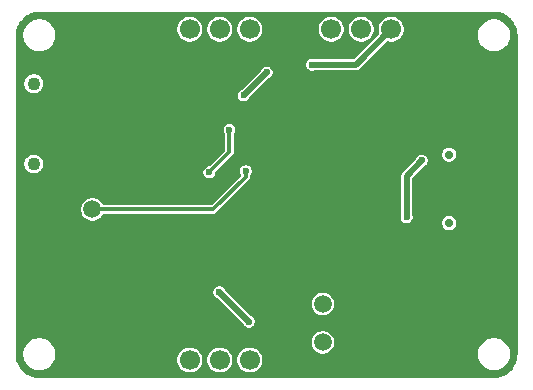
<source format=gbr>
%TF.GenerationSoftware,KiCad,Pcbnew,9.0.3*%
%TF.CreationDate,2025-08-26T21:56:11+08:00*%
%TF.ProjectId,firstm32,66697273-746d-4333-922e-6b696361645f,rev?*%
%TF.SameCoordinates,Original*%
%TF.FileFunction,Copper,L2,Bot*%
%TF.FilePolarity,Positive*%
%FSLAX46Y46*%
G04 Gerber Fmt 4.6, Leading zero omitted, Abs format (unit mm)*
G04 Created by KiCad (PCBNEW 9.0.3) date 2025-08-26 21:56:11*
%MOMM*%
%LPD*%
G01*
G04 APERTURE LIST*
%TA.AperFunction,ComponentPad*%
%ADD10C,0.700000*%
%TD*%
%TA.AperFunction,ComponentPad*%
%ADD11O,2.000000X1.100000*%
%TD*%
%TA.AperFunction,ComponentPad*%
%ADD12O,1.800000X1.200000*%
%TD*%
%TA.AperFunction,ComponentPad*%
%ADD13C,1.500000*%
%TD*%
%TA.AperFunction,ComponentPad*%
%ADD14R,1.700000X1.700000*%
%TD*%
%TA.AperFunction,ComponentPad*%
%ADD15C,1.700000*%
%TD*%
%TA.AperFunction,ComponentPad*%
%ADD16C,1.100000*%
%TD*%
%TA.AperFunction,ViaPad*%
%ADD17C,0.600000*%
%TD*%
%TA.AperFunction,Conductor*%
%ADD18C,0.300000*%
%TD*%
%TA.AperFunction,Conductor*%
%ADD19C,0.500000*%
%TD*%
G04 APERTURE END LIST*
D10*
%TO.P,J1,*%
%TO.N,*%
X163200000Y-107390000D03*
X163200000Y-101610000D03*
D11*
%TO.P,J1,S1,SHIELD*%
%TO.N,GND*%
X162670000Y-108820000D03*
D12*
X166880000Y-108820000D03*
D11*
X162670000Y-100180000D03*
D12*
X166880000Y-100180000D03*
%TD*%
D13*
%TO.P,TP4,1,1*%
%TO.N,GND*%
X167000000Y-96000000D03*
%TD*%
D14*
%TO.P,J2,1,Pin_1*%
%TO.N,GND*%
X150690000Y-91000000D03*
D15*
%TO.P,J2,2,Pin_2*%
%TO.N,/SWCLK*%
X153230000Y-91000000D03*
%TO.P,J2,3,Pin_3*%
%TO.N,/SWDIO*%
X155770000Y-91000000D03*
%TO.P,J2,4,Pin_4*%
%TO.N,+3V3*%
X158310000Y-91000000D03*
%TD*%
D14*
%TO.P,J4,1,Pin_1*%
%TO.N,GND*%
X138690000Y-119000000D03*
D15*
%TO.P,J4,2,Pin_2*%
%TO.N,/I2C2_SCL*%
X141230000Y-119000000D03*
%TO.P,J4,3,Pin_3*%
%TO.N,/I2C2_SDA*%
X143770000Y-119000000D03*
%TO.P,J4,4,Pin_4*%
%TO.N,+3V3*%
X146310000Y-119000000D03*
%TD*%
D13*
%TO.P,TP2,1,1*%
%TO.N,+3V3*%
X152500000Y-117500000D03*
%TD*%
D16*
%TO.P,SW1,*%
%TO.N,*%
X128042500Y-102400000D03*
X128042500Y-95600000D03*
%TD*%
D13*
%TO.P,TP1,1,1*%
%TO.N,DEBUG*%
X133000000Y-106250000D03*
%TD*%
%TO.P,TP3,1,1*%
%TO.N,VBUS*%
X152500000Y-114250000D03*
%TD*%
D14*
%TO.P,J3,1,Pin_1*%
%TO.N,GND*%
X138690000Y-91000000D03*
D15*
%TO.P,J3,2,Pin_2*%
%TO.N,/USART_RX*%
X141230000Y-91000000D03*
%TO.P,J3,3,Pin_3*%
%TO.N,/USART_TX*%
X143770000Y-91000000D03*
%TO.P,J3,4,Pin_4*%
%TO.N,+3V3*%
X146310000Y-91000000D03*
%TD*%
D17*
%TO.N,GND*%
X150750000Y-107500000D03*
X145750000Y-106250000D03*
X159600000Y-98600000D03*
X157300000Y-98600000D03*
X157300000Y-100600000D03*
X155000000Y-100600000D03*
X141700000Y-109600000D03*
X141500000Y-101000000D03*
X154750000Y-105750000D03*
X156250000Y-102750000D03*
X155500000Y-102750000D03*
X162750000Y-99000000D03*
X161000000Y-100500000D03*
X160250000Y-101250000D03*
X158500000Y-103000000D03*
X158500000Y-105750000D03*
X153250000Y-109250000D03*
X149250000Y-105750000D03*
X147750000Y-105750000D03*
X148500000Y-105750000D03*
X147750000Y-105000000D03*
X147750000Y-104250000D03*
X149250000Y-104250000D03*
X148500000Y-104250000D03*
X149250000Y-105000000D03*
X148500000Y-105000000D03*
X142500000Y-100000000D03*
X142500000Y-105500000D03*
X136755331Y-106994669D03*
X136500000Y-104750000D03*
X140250000Y-100500000D03*
X139500000Y-100500000D03*
X154000000Y-97750000D03*
X154000000Y-96500000D03*
X149250000Y-93000000D03*
X150000000Y-93000000D03*
X134000000Y-95750000D03*
X134000000Y-97250000D03*
X134000000Y-96500000D03*
X137750000Y-93000000D03*
X137000000Y-93000000D03*
X137250000Y-117000000D03*
X136500000Y-117750000D03*
X136500000Y-117000000D03*
X132750000Y-117250000D03*
X131500000Y-117250000D03*
X132750000Y-116000000D03*
X131500000Y-116000000D03*
X128500000Y-115000000D03*
X134500000Y-115000000D03*
X138411489Y-111521576D03*
X137500000Y-111500000D03*
X143200000Y-110500000D03*
X142800000Y-108700000D03*
X144500000Y-111700000D03*
X167000000Y-103500000D03*
X167000000Y-105500000D03*
X167000000Y-104500000D03*
X160500000Y-113500000D03*
X159500000Y-113500000D03*
X162000000Y-110750000D03*
X163000000Y-110750000D03*
X163000000Y-111750000D03*
X162000000Y-111750000D03*
%TO.N,+3V3*%
X144600000Y-99500000D03*
X147750000Y-94650000D03*
X143750000Y-113250000D03*
X151600000Y-94000000D03*
X145800000Y-96600000D03*
X142900000Y-103100000D03*
X146250000Y-115750000D03*
%TO.N,GND*%
X151100000Y-111600000D03*
X160100000Y-109800000D03*
X161200000Y-109800000D03*
X147500000Y-99300000D03*
X160100000Y-108800000D03*
%TO.N,VBUS*%
X160900000Y-102100000D03*
X159600000Y-106900000D03*
%TO.N,DEBUG*%
X146000000Y-103000000D03*
%TD*%
D18*
%TO.N,DEBUG*%
X146000000Y-103000000D02*
X146000000Y-103500000D01*
X146000000Y-103500000D02*
X143250000Y-106250000D01*
X143250000Y-106250000D02*
X133350000Y-106250000D01*
X133350000Y-106250000D02*
X133000000Y-105900000D01*
D19*
%TO.N,+3V3*%
X151600000Y-94000000D02*
X155310000Y-94000000D01*
X155310000Y-94000000D02*
X158310000Y-91000000D01*
X146250000Y-115750000D02*
X143750000Y-113250000D01*
X147750000Y-94650000D02*
X145800000Y-96600000D01*
D18*
X142900000Y-103100000D02*
X144600000Y-101400000D01*
X144600000Y-101400000D02*
X144600000Y-99500000D01*
D19*
%TO.N,VBUS*%
X160900000Y-102100000D02*
X159600000Y-103400000D01*
X159600000Y-103400000D02*
X159600000Y-106900000D01*
%TD*%
%TA.AperFunction,Conductor*%
%TO.N,GND*%
G36*
X167004043Y-89500765D02*
G01*
X167252895Y-89517075D01*
X167268953Y-89519190D01*
X167476105Y-89560395D01*
X167509535Y-89567045D01*
X167525202Y-89571243D01*
X167694947Y-89628863D01*
X167757481Y-89650091D01*
X167772458Y-89656294D01*
X167981799Y-89759529D01*
X167992460Y-89764787D01*
X168006508Y-89772897D01*
X168210464Y-89909177D01*
X168223328Y-89919048D01*
X168407749Y-90080781D01*
X168419218Y-90092250D01*
X168556196Y-90248444D01*
X168580951Y-90276671D01*
X168590825Y-90289539D01*
X168727102Y-90493492D01*
X168735212Y-90507539D01*
X168843702Y-90727534D01*
X168849909Y-90742520D01*
X168928756Y-90974797D01*
X168932954Y-90990464D01*
X168980807Y-91231035D01*
X168982925Y-91247116D01*
X168999235Y-91495956D01*
X168999500Y-91504066D01*
X168999500Y-118495933D01*
X168999235Y-118504043D01*
X168982925Y-118752883D01*
X168980807Y-118768964D01*
X168932954Y-119009535D01*
X168928756Y-119025202D01*
X168849909Y-119257479D01*
X168843702Y-119272465D01*
X168735212Y-119492460D01*
X168727102Y-119506507D01*
X168590825Y-119710460D01*
X168580951Y-119723328D01*
X168419218Y-119907749D01*
X168407749Y-119919218D01*
X168223328Y-120080951D01*
X168210460Y-120090825D01*
X168006507Y-120227102D01*
X167992460Y-120235212D01*
X167772465Y-120343702D01*
X167757479Y-120349909D01*
X167525202Y-120428756D01*
X167509535Y-120432954D01*
X167268964Y-120480807D01*
X167252883Y-120482925D01*
X167004043Y-120499235D01*
X166995933Y-120499500D01*
X128504067Y-120499500D01*
X128495957Y-120499235D01*
X128247116Y-120482925D01*
X128231035Y-120480807D01*
X127990464Y-120432954D01*
X127974797Y-120428756D01*
X127742520Y-120349909D01*
X127727534Y-120343702D01*
X127507539Y-120235212D01*
X127493492Y-120227102D01*
X127289539Y-120090825D01*
X127276671Y-120080951D01*
X127092250Y-119919218D01*
X127080781Y-119907749D01*
X126943804Y-119751557D01*
X126919045Y-119723325D01*
X126909174Y-119710460D01*
X126881910Y-119669657D01*
X126772897Y-119506507D01*
X126764787Y-119492460D01*
X126658855Y-119277652D01*
X126656294Y-119272458D01*
X126650090Y-119257479D01*
X126571243Y-119025202D01*
X126567045Y-119009535D01*
X126544568Y-118896535D01*
X126519190Y-118768953D01*
X126517075Y-118752895D01*
X126500765Y-118504043D01*
X126500500Y-118495933D01*
X126500500Y-118393713D01*
X127149500Y-118393713D01*
X127149500Y-118606286D01*
X127182753Y-118816239D01*
X127182753Y-118816241D01*
X127182754Y-118816243D01*
X127232721Y-118970026D01*
X127248444Y-119018414D01*
X127344951Y-119207820D01*
X127469890Y-119379786D01*
X127620213Y-119530109D01*
X127792179Y-119655048D01*
X127792181Y-119655049D01*
X127792184Y-119655051D01*
X127981588Y-119751557D01*
X128183757Y-119817246D01*
X128393713Y-119850500D01*
X128393714Y-119850500D01*
X128606286Y-119850500D01*
X128606287Y-119850500D01*
X128816243Y-119817246D01*
X129018412Y-119751557D01*
X129207816Y-119655051D01*
X129229789Y-119639086D01*
X129379786Y-119530109D01*
X129379788Y-119530106D01*
X129379792Y-119530104D01*
X129530104Y-119379792D01*
X129530106Y-119379788D01*
X129530109Y-119379786D01*
X129655048Y-119207820D01*
X129655047Y-119207820D01*
X129655051Y-119207816D01*
X129751557Y-119018412D01*
X129791159Y-118896530D01*
X140179500Y-118896530D01*
X140179500Y-119103469D01*
X140219868Y-119306412D01*
X140219870Y-119306420D01*
X140299058Y-119497596D01*
X140414024Y-119669657D01*
X140560342Y-119815975D01*
X140560345Y-119815977D01*
X140732402Y-119930941D01*
X140923580Y-120010130D01*
X141126530Y-120050499D01*
X141126534Y-120050500D01*
X141126535Y-120050500D01*
X141333466Y-120050500D01*
X141333467Y-120050499D01*
X141536420Y-120010130D01*
X141727598Y-119930941D01*
X141899655Y-119815977D01*
X142045977Y-119669655D01*
X142160941Y-119497598D01*
X142240130Y-119306420D01*
X142280500Y-119103465D01*
X142280500Y-118896535D01*
X142280499Y-118896530D01*
X142719500Y-118896530D01*
X142719500Y-119103469D01*
X142759868Y-119306412D01*
X142759870Y-119306420D01*
X142839058Y-119497596D01*
X142954024Y-119669657D01*
X143100342Y-119815975D01*
X143100345Y-119815977D01*
X143272402Y-119930941D01*
X143463580Y-120010130D01*
X143666530Y-120050499D01*
X143666534Y-120050500D01*
X143666535Y-120050500D01*
X143873466Y-120050500D01*
X143873467Y-120050499D01*
X144076420Y-120010130D01*
X144267598Y-119930941D01*
X144439655Y-119815977D01*
X144585977Y-119669655D01*
X144700941Y-119497598D01*
X144780130Y-119306420D01*
X144820500Y-119103465D01*
X144820500Y-118896535D01*
X144820499Y-118896530D01*
X145259500Y-118896530D01*
X145259500Y-119103469D01*
X145299868Y-119306412D01*
X145299870Y-119306420D01*
X145379058Y-119497596D01*
X145494024Y-119669657D01*
X145640342Y-119815975D01*
X145640345Y-119815977D01*
X145812402Y-119930941D01*
X146003580Y-120010130D01*
X146206530Y-120050499D01*
X146206534Y-120050500D01*
X146206535Y-120050500D01*
X146413466Y-120050500D01*
X146413467Y-120050499D01*
X146616420Y-120010130D01*
X146807598Y-119930941D01*
X146979655Y-119815977D01*
X147125977Y-119669655D01*
X147240941Y-119497598D01*
X147320130Y-119306420D01*
X147360500Y-119103465D01*
X147360500Y-118896535D01*
X147320130Y-118693580D01*
X147240941Y-118502402D01*
X147125977Y-118330345D01*
X147125975Y-118330342D01*
X146979657Y-118184024D01*
X146862745Y-118105907D01*
X146807598Y-118069059D01*
X146616420Y-117989870D01*
X146616412Y-117989868D01*
X146413469Y-117949500D01*
X146413465Y-117949500D01*
X146206535Y-117949500D01*
X146206530Y-117949500D01*
X146003587Y-117989868D01*
X146003579Y-117989870D01*
X145812403Y-118069058D01*
X145640342Y-118184024D01*
X145494024Y-118330342D01*
X145379058Y-118502403D01*
X145299870Y-118693579D01*
X145299868Y-118693587D01*
X145259500Y-118896530D01*
X144820499Y-118896530D01*
X144780130Y-118693580D01*
X144700941Y-118502402D01*
X144585977Y-118330345D01*
X144585975Y-118330342D01*
X144439657Y-118184024D01*
X144322745Y-118105907D01*
X144267598Y-118069059D01*
X144076420Y-117989870D01*
X144076412Y-117989868D01*
X143873469Y-117949500D01*
X143873465Y-117949500D01*
X143666535Y-117949500D01*
X143666530Y-117949500D01*
X143463587Y-117989868D01*
X143463579Y-117989870D01*
X143272403Y-118069058D01*
X143100342Y-118184024D01*
X142954024Y-118330342D01*
X142839058Y-118502403D01*
X142759870Y-118693579D01*
X142759868Y-118693587D01*
X142719500Y-118896530D01*
X142280499Y-118896530D01*
X142240130Y-118693580D01*
X142160941Y-118502402D01*
X142045977Y-118330345D01*
X142045975Y-118330342D01*
X141899657Y-118184024D01*
X141782745Y-118105907D01*
X141727598Y-118069059D01*
X141536420Y-117989870D01*
X141536412Y-117989868D01*
X141333469Y-117949500D01*
X141333465Y-117949500D01*
X141126535Y-117949500D01*
X141126530Y-117949500D01*
X140923587Y-117989868D01*
X140923579Y-117989870D01*
X140732403Y-118069058D01*
X140560342Y-118184024D01*
X140414024Y-118330342D01*
X140299058Y-118502403D01*
X140219870Y-118693579D01*
X140219868Y-118693587D01*
X140179500Y-118896530D01*
X129791159Y-118896530D01*
X129817246Y-118816243D01*
X129850500Y-118606287D01*
X129850500Y-118393713D01*
X129817246Y-118183757D01*
X129751557Y-117981588D01*
X129655051Y-117792184D01*
X129655049Y-117792181D01*
X129655048Y-117792179D01*
X129530109Y-117620213D01*
X129379786Y-117469890D01*
X129292369Y-117406379D01*
X151549500Y-117406379D01*
X151549500Y-117593620D01*
X151586025Y-117777243D01*
X151586027Y-117777251D01*
X151657676Y-117950228D01*
X151657681Y-117950237D01*
X151761697Y-118105907D01*
X151761700Y-118105911D01*
X151894088Y-118238299D01*
X151894092Y-118238302D01*
X152049762Y-118342318D01*
X152049768Y-118342321D01*
X152049769Y-118342322D01*
X152222749Y-118413973D01*
X152406379Y-118450499D01*
X152406383Y-118450500D01*
X152406384Y-118450500D01*
X152593617Y-118450500D01*
X152593618Y-118450499D01*
X152777251Y-118413973D01*
X152826163Y-118393713D01*
X165649500Y-118393713D01*
X165649500Y-118606286D01*
X165682753Y-118816239D01*
X165682753Y-118816241D01*
X165682754Y-118816243D01*
X165732721Y-118970026D01*
X165748444Y-119018414D01*
X165844951Y-119207820D01*
X165969890Y-119379786D01*
X166120213Y-119530109D01*
X166292179Y-119655048D01*
X166292181Y-119655049D01*
X166292184Y-119655051D01*
X166481588Y-119751557D01*
X166683757Y-119817246D01*
X166893713Y-119850500D01*
X166893714Y-119850500D01*
X167106286Y-119850500D01*
X167106287Y-119850500D01*
X167316243Y-119817246D01*
X167518412Y-119751557D01*
X167707816Y-119655051D01*
X167729789Y-119639086D01*
X167879786Y-119530109D01*
X167879788Y-119530106D01*
X167879792Y-119530104D01*
X168030104Y-119379792D01*
X168030106Y-119379788D01*
X168030109Y-119379786D01*
X168155048Y-119207820D01*
X168155047Y-119207820D01*
X168155051Y-119207816D01*
X168251557Y-119018412D01*
X168317246Y-118816243D01*
X168350500Y-118606287D01*
X168350500Y-118393713D01*
X168317246Y-118183757D01*
X168251557Y-117981588D01*
X168155051Y-117792184D01*
X168155049Y-117792181D01*
X168155048Y-117792179D01*
X168030109Y-117620213D01*
X167879786Y-117469890D01*
X167707820Y-117344951D01*
X167518414Y-117248444D01*
X167518413Y-117248443D01*
X167518412Y-117248443D01*
X167316243Y-117182754D01*
X167316241Y-117182753D01*
X167316240Y-117182753D01*
X167154957Y-117157208D01*
X167106287Y-117149500D01*
X166893713Y-117149500D01*
X166845042Y-117157208D01*
X166683760Y-117182753D01*
X166481585Y-117248444D01*
X166292179Y-117344951D01*
X166120213Y-117469890D01*
X165969890Y-117620213D01*
X165844951Y-117792179D01*
X165748444Y-117981585D01*
X165682753Y-118183760D01*
X165649500Y-118393713D01*
X152826163Y-118393713D01*
X152950231Y-118342322D01*
X152968160Y-118330342D01*
X153034914Y-118285739D01*
X153059165Y-118269534D01*
X153105908Y-118238302D01*
X153238302Y-118105908D01*
X153342322Y-117950231D01*
X153413973Y-117777251D01*
X153450500Y-117593616D01*
X153450500Y-117406384D01*
X153413973Y-117222749D01*
X153342322Y-117049769D01*
X153342321Y-117049768D01*
X153342318Y-117049762D01*
X153238302Y-116894092D01*
X153238299Y-116894088D01*
X153105911Y-116761700D01*
X153105907Y-116761697D01*
X152950237Y-116657681D01*
X152950228Y-116657676D01*
X152777251Y-116586027D01*
X152777243Y-116586025D01*
X152593620Y-116549500D01*
X152593616Y-116549500D01*
X152406384Y-116549500D01*
X152406379Y-116549500D01*
X152222756Y-116586025D01*
X152222748Y-116586027D01*
X152049771Y-116657676D01*
X152049762Y-116657681D01*
X151894092Y-116761697D01*
X151894088Y-116761700D01*
X151761700Y-116894088D01*
X151761697Y-116894092D01*
X151657681Y-117049762D01*
X151657676Y-117049771D01*
X151586027Y-117222748D01*
X151586025Y-117222756D01*
X151549500Y-117406379D01*
X129292369Y-117406379D01*
X129207820Y-117344951D01*
X129018414Y-117248444D01*
X129018413Y-117248443D01*
X129018412Y-117248443D01*
X128816243Y-117182754D01*
X128816241Y-117182753D01*
X128816240Y-117182753D01*
X128654957Y-117157208D01*
X128606287Y-117149500D01*
X128393713Y-117149500D01*
X128345042Y-117157208D01*
X128183760Y-117182753D01*
X127981585Y-117248444D01*
X127792179Y-117344951D01*
X127620213Y-117469890D01*
X127469890Y-117620213D01*
X127344951Y-117792179D01*
X127248444Y-117981585D01*
X127182753Y-118183760D01*
X127149500Y-118393713D01*
X126500500Y-118393713D01*
X126500500Y-113184108D01*
X143249500Y-113184108D01*
X143249500Y-113315891D01*
X143283608Y-113443187D01*
X143316554Y-113500250D01*
X143349500Y-113557314D01*
X143442686Y-113650500D01*
X143556814Y-113716392D01*
X143556816Y-113716392D01*
X143564326Y-113719504D01*
X143563771Y-113720841D01*
X143611010Y-113748113D01*
X145751887Y-115888990D01*
X145779163Y-115936233D01*
X145780499Y-115935680D01*
X145783607Y-115943185D01*
X145811456Y-115991421D01*
X145849500Y-116057314D01*
X145942686Y-116150500D01*
X146056814Y-116216392D01*
X146184108Y-116250500D01*
X146184110Y-116250500D01*
X146315890Y-116250500D01*
X146315892Y-116250500D01*
X146443186Y-116216392D01*
X146557314Y-116150500D01*
X146650500Y-116057314D01*
X146716392Y-115943186D01*
X146750500Y-115815892D01*
X146750500Y-115684108D01*
X146716392Y-115556814D01*
X146650500Y-115442686D01*
X146557314Y-115349500D01*
X146491421Y-115311456D01*
X146443185Y-115283607D01*
X146435680Y-115280499D01*
X146436233Y-115279163D01*
X146388990Y-115251887D01*
X145293482Y-114156379D01*
X151549500Y-114156379D01*
X151549500Y-114343620D01*
X151586025Y-114527243D01*
X151586027Y-114527251D01*
X151657676Y-114700228D01*
X151657681Y-114700237D01*
X151761697Y-114855907D01*
X151761700Y-114855911D01*
X151894088Y-114988299D01*
X151894092Y-114988302D01*
X152049762Y-115092318D01*
X152049768Y-115092321D01*
X152049769Y-115092322D01*
X152222749Y-115163973D01*
X152406379Y-115200499D01*
X152406383Y-115200500D01*
X152406384Y-115200500D01*
X152593617Y-115200500D01*
X152593618Y-115200499D01*
X152777251Y-115163973D01*
X152950231Y-115092322D01*
X153105908Y-114988302D01*
X153238302Y-114855908D01*
X153342322Y-114700231D01*
X153413973Y-114527251D01*
X153450500Y-114343616D01*
X153450500Y-114156384D01*
X153413973Y-113972749D01*
X153342322Y-113799769D01*
X153342321Y-113799768D01*
X153342318Y-113799762D01*
X153238302Y-113644092D01*
X153238299Y-113644088D01*
X153105911Y-113511700D01*
X153105907Y-113511697D01*
X152950237Y-113407681D01*
X152950228Y-113407676D01*
X152777251Y-113336027D01*
X152777243Y-113336025D01*
X152593620Y-113299500D01*
X152593616Y-113299500D01*
X152406384Y-113299500D01*
X152406379Y-113299500D01*
X152222756Y-113336025D01*
X152222748Y-113336027D01*
X152049771Y-113407676D01*
X152049762Y-113407681D01*
X151894092Y-113511697D01*
X151894088Y-113511700D01*
X151761700Y-113644088D01*
X151761697Y-113644092D01*
X151657681Y-113799762D01*
X151657676Y-113799771D01*
X151586027Y-113972748D01*
X151586025Y-113972756D01*
X151549500Y-114156379D01*
X145293482Y-114156379D01*
X144248113Y-113111010D01*
X144220841Y-113063771D01*
X144219504Y-113064326D01*
X144216392Y-113056815D01*
X144216392Y-113056814D01*
X144150500Y-112942686D01*
X144057314Y-112849500D01*
X144000250Y-112816554D01*
X143943187Y-112783608D01*
X143879539Y-112766554D01*
X143815892Y-112749500D01*
X143684108Y-112749500D01*
X143556812Y-112783608D01*
X143442686Y-112849500D01*
X143442683Y-112849502D01*
X143349502Y-112942683D01*
X143349500Y-112942686D01*
X143283608Y-113056812D01*
X143249500Y-113184108D01*
X126500500Y-113184108D01*
X126500500Y-106156379D01*
X132049500Y-106156379D01*
X132049500Y-106343620D01*
X132086025Y-106527243D01*
X132086027Y-106527251D01*
X132157676Y-106700228D01*
X132157681Y-106700237D01*
X132261697Y-106855907D01*
X132261700Y-106855911D01*
X132394088Y-106988299D01*
X132394092Y-106988302D01*
X132549762Y-107092318D01*
X132549771Y-107092323D01*
X132551857Y-107093187D01*
X132722749Y-107163973D01*
X132906379Y-107200499D01*
X132906383Y-107200500D01*
X132906384Y-107200500D01*
X133093617Y-107200500D01*
X133093618Y-107200499D01*
X133277251Y-107163973D01*
X133450231Y-107092322D01*
X133605908Y-106988302D01*
X133738302Y-106855908D01*
X133752868Y-106834108D01*
X159099500Y-106834108D01*
X159099500Y-106965891D01*
X159133608Y-107093187D01*
X159166554Y-107150250D01*
X159199500Y-107207314D01*
X159292686Y-107300500D01*
X159406814Y-107366392D01*
X159534108Y-107400500D01*
X159534110Y-107400500D01*
X159665890Y-107400500D01*
X159665892Y-107400500D01*
X159793186Y-107366392D01*
X159889226Y-107310943D01*
X162599500Y-107310943D01*
X162599500Y-107469056D01*
X162640423Y-107621783D01*
X162640426Y-107621790D01*
X162719475Y-107758709D01*
X162719479Y-107758714D01*
X162719480Y-107758716D01*
X162831284Y-107870520D01*
X162831286Y-107870521D01*
X162831290Y-107870524D01*
X162968209Y-107949573D01*
X162968216Y-107949577D01*
X163120943Y-107990500D01*
X163120945Y-107990500D01*
X163279055Y-107990500D01*
X163279057Y-107990500D01*
X163431784Y-107949577D01*
X163568716Y-107870520D01*
X163680520Y-107758716D01*
X163759577Y-107621784D01*
X163800500Y-107469057D01*
X163800500Y-107310943D01*
X163759577Y-107158216D01*
X163722033Y-107093187D01*
X163680524Y-107021290D01*
X163680518Y-107021282D01*
X163568717Y-106909481D01*
X163568709Y-106909475D01*
X163431790Y-106830426D01*
X163431786Y-106830424D01*
X163431784Y-106830423D01*
X163279057Y-106789500D01*
X163120943Y-106789500D01*
X162968216Y-106830423D01*
X162968209Y-106830426D01*
X162831290Y-106909475D01*
X162831282Y-106909481D01*
X162719481Y-107021282D01*
X162719475Y-107021290D01*
X162640426Y-107158209D01*
X162640423Y-107158216D01*
X162599500Y-107310943D01*
X159889226Y-107310943D01*
X159907314Y-107300500D01*
X160000500Y-107207314D01*
X160066392Y-107093186D01*
X160100500Y-106965892D01*
X160100500Y-106834108D01*
X160066392Y-106706814D01*
X160066388Y-106706807D01*
X160063281Y-106699304D01*
X160064616Y-106698751D01*
X160050500Y-106646062D01*
X160050500Y-103637965D01*
X160070185Y-103570926D01*
X160086819Y-103550284D01*
X160557598Y-103079505D01*
X161038991Y-102598111D01*
X161086228Y-102570842D01*
X161085674Y-102569504D01*
X161093180Y-102566393D01*
X161093186Y-102566392D01*
X161207314Y-102500500D01*
X161300500Y-102407314D01*
X161366392Y-102293186D01*
X161400500Y-102165892D01*
X161400500Y-102034108D01*
X161366392Y-101906814D01*
X161300500Y-101792686D01*
X161207314Y-101699500D01*
X161183192Y-101685573D01*
X161093188Y-101633608D01*
X161008323Y-101610869D01*
X160965892Y-101599500D01*
X160834108Y-101599500D01*
X160706812Y-101633608D01*
X160592686Y-101699500D01*
X160592683Y-101699502D01*
X160499502Y-101792683D01*
X160499500Y-101792686D01*
X160443483Y-101889711D01*
X160433607Y-101906816D01*
X160430497Y-101914324D01*
X160429162Y-101913771D01*
X160401888Y-101961006D01*
X159239513Y-103123383D01*
X159239509Y-103123389D01*
X159180201Y-103226112D01*
X159180200Y-103226117D01*
X159149500Y-103340691D01*
X159149500Y-106646062D01*
X159135383Y-106698751D01*
X159136719Y-106699304D01*
X159133608Y-106706814D01*
X159099500Y-106834108D01*
X133752868Y-106834108D01*
X133842322Y-106700231D01*
X133855116Y-106669341D01*
X133859311Y-106662134D01*
X133878863Y-106643618D01*
X133895765Y-106622644D01*
X133903854Y-106619951D01*
X133910043Y-106614091D01*
X133936504Y-106609084D01*
X133962059Y-106600579D01*
X133966486Y-106600500D01*
X143296142Y-106600500D01*
X143296144Y-106600500D01*
X143385288Y-106576614D01*
X143465212Y-106530470D01*
X146280469Y-103715212D01*
X146326614Y-103635288D01*
X146343066Y-103573887D01*
X146350500Y-103546144D01*
X146350500Y-103405015D01*
X146350716Y-103401361D01*
X146361333Y-103371780D01*
X146370185Y-103341637D01*
X146373734Y-103337231D01*
X146374321Y-103335599D01*
X146376235Y-103334128D01*
X146386819Y-103320995D01*
X146400500Y-103307314D01*
X146466392Y-103193186D01*
X146500500Y-103065892D01*
X146500500Y-102934108D01*
X146466392Y-102806814D01*
X146400500Y-102692686D01*
X146307314Y-102599500D01*
X146244408Y-102563181D01*
X146193187Y-102533608D01*
X146129539Y-102516554D01*
X146065892Y-102499500D01*
X145934108Y-102499500D01*
X145806812Y-102533608D01*
X145692686Y-102599500D01*
X145692683Y-102599502D01*
X145599502Y-102692683D01*
X145599500Y-102692686D01*
X145533608Y-102806812D01*
X145506814Y-102906812D01*
X145499500Y-102934108D01*
X145499500Y-103065892D01*
X145527325Y-103169738D01*
X145533609Y-103193188D01*
X145533609Y-103193189D01*
X145587614Y-103286728D01*
X145604087Y-103354628D01*
X145581234Y-103420655D01*
X145567908Y-103436409D01*
X143141137Y-105863181D01*
X143079814Y-105896666D01*
X143053456Y-105899500D01*
X133966486Y-105899500D01*
X133899447Y-105879815D01*
X133853692Y-105827011D01*
X133851938Y-105822986D01*
X133842322Y-105799769D01*
X133842320Y-105799766D01*
X133842318Y-105799762D01*
X133738302Y-105644092D01*
X133738299Y-105644088D01*
X133605911Y-105511700D01*
X133605907Y-105511697D01*
X133450237Y-105407681D01*
X133450228Y-105407676D01*
X133277251Y-105336027D01*
X133277243Y-105336025D01*
X133093620Y-105299500D01*
X133093616Y-105299500D01*
X132906384Y-105299500D01*
X132906379Y-105299500D01*
X132722756Y-105336025D01*
X132722748Y-105336027D01*
X132549771Y-105407676D01*
X132549762Y-105407681D01*
X132394092Y-105511697D01*
X132394088Y-105511700D01*
X132261700Y-105644088D01*
X132261697Y-105644092D01*
X132157681Y-105799762D01*
X132157676Y-105799771D01*
X132086027Y-105972748D01*
X132086025Y-105972756D01*
X132049500Y-106156379D01*
X126500500Y-106156379D01*
X126500500Y-102321153D01*
X127242000Y-102321153D01*
X127242000Y-102478846D01*
X127272761Y-102633489D01*
X127272764Y-102633501D01*
X127333102Y-102779172D01*
X127333109Y-102779185D01*
X127420710Y-102910288D01*
X127420713Y-102910292D01*
X127532207Y-103021786D01*
X127532211Y-103021789D01*
X127663314Y-103109390D01*
X127663327Y-103109397D01*
X127799715Y-103165890D01*
X127809003Y-103169737D01*
X127963653Y-103200499D01*
X127963656Y-103200500D01*
X127963658Y-103200500D01*
X128121344Y-103200500D01*
X128121345Y-103200499D01*
X128275997Y-103169737D01*
X128421679Y-103109394D01*
X128534352Y-103034108D01*
X142399500Y-103034108D01*
X142399500Y-103165892D01*
X142400531Y-103169738D01*
X142433608Y-103293187D01*
X142457246Y-103334128D01*
X142499500Y-103407314D01*
X142592686Y-103500500D01*
X142706814Y-103566392D01*
X142834108Y-103600500D01*
X142834110Y-103600500D01*
X142965890Y-103600500D01*
X142965892Y-103600500D01*
X143093186Y-103566392D01*
X143207314Y-103500500D01*
X143300500Y-103407314D01*
X143366392Y-103293186D01*
X143400500Y-103165892D01*
X143400500Y-103146544D01*
X143420185Y-103079505D01*
X143436819Y-103058863D01*
X144088369Y-102407313D01*
X144880470Y-101615212D01*
X144926614Y-101535288D01*
X144927775Y-101530952D01*
X144927780Y-101530944D01*
X144927778Y-101530944D01*
X144927778Y-101530943D01*
X162599500Y-101530943D01*
X162599500Y-101689057D01*
X162627268Y-101792686D01*
X162640423Y-101841783D01*
X162640426Y-101841790D01*
X162719475Y-101978709D01*
X162719479Y-101978714D01*
X162719480Y-101978716D01*
X162831284Y-102090520D01*
X162831286Y-102090521D01*
X162831290Y-102090524D01*
X162961833Y-102165892D01*
X162968216Y-102169577D01*
X163120943Y-102210500D01*
X163120945Y-102210500D01*
X163279055Y-102210500D01*
X163279057Y-102210500D01*
X163431784Y-102169577D01*
X163568716Y-102090520D01*
X163680520Y-101978716D01*
X163759577Y-101841784D01*
X163800500Y-101689057D01*
X163800500Y-101530943D01*
X163759577Y-101378216D01*
X163759573Y-101378209D01*
X163680524Y-101241290D01*
X163680518Y-101241282D01*
X163568717Y-101129481D01*
X163568709Y-101129475D01*
X163431790Y-101050426D01*
X163431786Y-101050424D01*
X163431784Y-101050423D01*
X163279057Y-101009500D01*
X163120943Y-101009500D01*
X162968216Y-101050423D01*
X162968209Y-101050426D01*
X162831290Y-101129475D01*
X162831282Y-101129481D01*
X162719481Y-101241282D01*
X162719475Y-101241290D01*
X162640426Y-101378209D01*
X162640423Y-101378216D01*
X162599500Y-101530943D01*
X144927778Y-101530943D01*
X144931741Y-101516149D01*
X144950500Y-101446144D01*
X144950500Y-99908676D01*
X144970185Y-99841637D01*
X144986819Y-99820995D01*
X145000500Y-99807314D01*
X145066392Y-99693186D01*
X145100500Y-99565892D01*
X145100500Y-99434108D01*
X145066392Y-99306814D01*
X145000500Y-99192686D01*
X144907314Y-99099500D01*
X144850250Y-99066554D01*
X144793187Y-99033608D01*
X144729539Y-99016554D01*
X144665892Y-98999500D01*
X144534108Y-98999500D01*
X144406812Y-99033608D01*
X144292686Y-99099500D01*
X144292683Y-99099502D01*
X144199502Y-99192683D01*
X144199500Y-99192686D01*
X144133608Y-99306812D01*
X144099500Y-99434108D01*
X144099500Y-99565891D01*
X144133608Y-99693187D01*
X144166554Y-99750250D01*
X144199500Y-99807314D01*
X144199502Y-99807316D01*
X144213181Y-99820995D01*
X144246666Y-99882318D01*
X144249500Y-99908676D01*
X144249500Y-101203456D01*
X144229815Y-101270495D01*
X144213181Y-101291137D01*
X142941137Y-102563181D01*
X142879814Y-102596666D01*
X142853456Y-102599500D01*
X142834108Y-102599500D01*
X142706812Y-102633608D01*
X142592686Y-102699500D01*
X142592683Y-102699502D01*
X142499502Y-102792683D01*
X142499500Y-102792686D01*
X142433608Y-102906812D01*
X142426294Y-102934110D01*
X142399500Y-103034108D01*
X128534352Y-103034108D01*
X128552789Y-103021789D01*
X128552792Y-103021786D01*
X128636279Y-102938300D01*
X128664286Y-102910292D01*
X128664289Y-102910289D01*
X128751894Y-102779179D01*
X128812237Y-102633497D01*
X128843000Y-102478842D01*
X128843000Y-102321158D01*
X128843000Y-102321155D01*
X128842999Y-102321153D01*
X128837436Y-102293186D01*
X128812237Y-102166503D01*
X128780764Y-102090520D01*
X128751897Y-102020827D01*
X128751890Y-102020814D01*
X128664289Y-101889711D01*
X128664286Y-101889707D01*
X128552792Y-101778213D01*
X128552788Y-101778210D01*
X128421685Y-101690609D01*
X128421672Y-101690602D01*
X128276001Y-101630264D01*
X128275989Y-101630261D01*
X128121345Y-101599500D01*
X128121342Y-101599500D01*
X127963658Y-101599500D01*
X127963655Y-101599500D01*
X127809010Y-101630261D01*
X127808998Y-101630264D01*
X127663327Y-101690602D01*
X127663314Y-101690609D01*
X127532211Y-101778210D01*
X127532207Y-101778213D01*
X127420713Y-101889707D01*
X127420710Y-101889711D01*
X127333109Y-102020814D01*
X127333102Y-102020827D01*
X127272764Y-102166498D01*
X127272761Y-102166510D01*
X127242000Y-102321153D01*
X126500500Y-102321153D01*
X126500500Y-96534108D01*
X145299500Y-96534108D01*
X145299500Y-96665891D01*
X145333608Y-96793187D01*
X145366554Y-96850250D01*
X145399500Y-96907314D01*
X145492686Y-97000500D01*
X145606814Y-97066392D01*
X145734108Y-97100500D01*
X145734110Y-97100500D01*
X145865890Y-97100500D01*
X145865892Y-97100500D01*
X145993186Y-97066392D01*
X146107314Y-97000500D01*
X146200500Y-96907314D01*
X146266392Y-96793186D01*
X146266393Y-96793180D01*
X146269504Y-96785674D01*
X146270842Y-96786228D01*
X146298111Y-96738990D01*
X147888990Y-95148111D01*
X147936228Y-95120842D01*
X147935674Y-95119504D01*
X147943180Y-95116393D01*
X147943186Y-95116392D01*
X148057314Y-95050500D01*
X148150500Y-94957314D01*
X148216392Y-94843186D01*
X148250500Y-94715892D01*
X148250500Y-94584108D01*
X148216392Y-94456814D01*
X148150500Y-94342686D01*
X148057314Y-94249500D01*
X148000250Y-94216554D01*
X147943187Y-94183608D01*
X147879539Y-94166554D01*
X147815892Y-94149500D01*
X147684108Y-94149500D01*
X147556812Y-94183608D01*
X147442686Y-94249500D01*
X147442683Y-94249502D01*
X147349502Y-94342683D01*
X147349498Y-94342689D01*
X147283606Y-94456816D01*
X147280495Y-94464328D01*
X147279161Y-94463775D01*
X147251886Y-94511009D01*
X145661009Y-96101886D01*
X145613775Y-96129161D01*
X145614328Y-96130495D01*
X145606816Y-96133606D01*
X145492689Y-96199498D01*
X145492683Y-96199502D01*
X145399502Y-96292683D01*
X145399500Y-96292686D01*
X145333608Y-96406812D01*
X145299500Y-96534108D01*
X126500500Y-96534108D01*
X126500500Y-95521153D01*
X127242000Y-95521153D01*
X127242000Y-95678846D01*
X127272761Y-95833489D01*
X127272764Y-95833501D01*
X127333102Y-95979172D01*
X127333109Y-95979185D01*
X127420710Y-96110288D01*
X127420713Y-96110292D01*
X127532207Y-96221786D01*
X127532211Y-96221789D01*
X127663314Y-96309390D01*
X127663327Y-96309397D01*
X127808998Y-96369735D01*
X127809003Y-96369737D01*
X127963653Y-96400499D01*
X127963656Y-96400500D01*
X127963658Y-96400500D01*
X128121344Y-96400500D01*
X128121345Y-96400499D01*
X128275997Y-96369737D01*
X128421679Y-96309394D01*
X128552789Y-96221789D01*
X128664289Y-96110289D01*
X128751894Y-95979179D01*
X128812237Y-95833497D01*
X128843000Y-95678842D01*
X128843000Y-95521158D01*
X128843000Y-95521155D01*
X128842999Y-95521153D01*
X128812238Y-95366510D01*
X128812237Y-95366503D01*
X128812235Y-95366498D01*
X128751897Y-95220827D01*
X128751890Y-95220814D01*
X128664289Y-95089711D01*
X128664286Y-95089707D01*
X128552792Y-94978213D01*
X128552788Y-94978210D01*
X128421685Y-94890609D01*
X128421672Y-94890602D01*
X128276001Y-94830264D01*
X128275989Y-94830261D01*
X128121345Y-94799500D01*
X128121342Y-94799500D01*
X127963658Y-94799500D01*
X127963655Y-94799500D01*
X127809010Y-94830261D01*
X127808998Y-94830264D01*
X127663327Y-94890602D01*
X127663314Y-94890609D01*
X127532211Y-94978210D01*
X127532207Y-94978213D01*
X127420713Y-95089707D01*
X127420710Y-95089711D01*
X127333109Y-95220814D01*
X127333102Y-95220827D01*
X127272764Y-95366498D01*
X127272761Y-95366510D01*
X127242000Y-95521153D01*
X126500500Y-95521153D01*
X126500500Y-93934108D01*
X151099500Y-93934108D01*
X151099500Y-94065891D01*
X151133608Y-94193187D01*
X151166121Y-94249500D01*
X151199500Y-94307314D01*
X151292686Y-94400500D01*
X151390221Y-94456812D01*
X151401425Y-94463281D01*
X151406814Y-94466392D01*
X151534108Y-94500500D01*
X151534110Y-94500500D01*
X151665890Y-94500500D01*
X151665892Y-94500500D01*
X151793186Y-94466392D01*
X151793194Y-94466387D01*
X151800696Y-94463281D01*
X151801249Y-94464618D01*
X151853937Y-94450500D01*
X155369308Y-94450500D01*
X155369309Y-94450500D01*
X155459673Y-94426286D01*
X155483887Y-94419799D01*
X155586614Y-94360489D01*
X157901158Y-92045944D01*
X157962479Y-92012461D01*
X158013028Y-92012010D01*
X158206530Y-92050499D01*
X158206534Y-92050500D01*
X158206535Y-92050500D01*
X158413466Y-92050500D01*
X158413467Y-92050499D01*
X158616420Y-92010130D01*
X158807598Y-91930941D01*
X158979655Y-91815977D01*
X159125977Y-91669655D01*
X159240941Y-91497598D01*
X159283972Y-91393713D01*
X165649500Y-91393713D01*
X165649500Y-91606286D01*
X165682711Y-91815975D01*
X165682754Y-91816243D01*
X165746509Y-92012461D01*
X165748444Y-92018414D01*
X165844951Y-92207820D01*
X165969890Y-92379786D01*
X166120213Y-92530109D01*
X166292179Y-92655048D01*
X166292181Y-92655049D01*
X166292184Y-92655051D01*
X166481588Y-92751557D01*
X166683757Y-92817246D01*
X166893713Y-92850500D01*
X166893714Y-92850500D01*
X167106286Y-92850500D01*
X167106287Y-92850500D01*
X167316243Y-92817246D01*
X167518412Y-92751557D01*
X167707816Y-92655051D01*
X167729789Y-92639086D01*
X167879786Y-92530109D01*
X167879788Y-92530106D01*
X167879792Y-92530104D01*
X168030104Y-92379792D01*
X168030106Y-92379788D01*
X168030109Y-92379786D01*
X168155048Y-92207820D01*
X168155047Y-92207820D01*
X168155051Y-92207816D01*
X168251557Y-92018412D01*
X168317246Y-91816243D01*
X168350500Y-91606287D01*
X168350500Y-91393713D01*
X168317246Y-91183757D01*
X168251557Y-90981588D01*
X168155051Y-90792184D01*
X168155049Y-90792181D01*
X168155048Y-90792179D01*
X168030109Y-90620213D01*
X167879786Y-90469890D01*
X167707820Y-90344951D01*
X167518414Y-90248444D01*
X167518413Y-90248443D01*
X167518412Y-90248443D01*
X167316243Y-90182754D01*
X167316241Y-90182753D01*
X167316240Y-90182753D01*
X167154957Y-90157208D01*
X167106287Y-90149500D01*
X166893713Y-90149500D01*
X166845042Y-90157208D01*
X166683760Y-90182753D01*
X166481585Y-90248444D01*
X166292179Y-90344951D01*
X166120213Y-90469890D01*
X165969890Y-90620213D01*
X165844951Y-90792179D01*
X165748444Y-90981585D01*
X165682753Y-91183760D01*
X165649500Y-91393713D01*
X159283972Y-91393713D01*
X159320130Y-91306420D01*
X159360500Y-91103465D01*
X159360500Y-90896535D01*
X159320130Y-90693580D01*
X159240941Y-90502402D01*
X159125977Y-90330345D01*
X159125975Y-90330342D01*
X158979657Y-90184024D01*
X158842306Y-90092250D01*
X158807598Y-90069059D01*
X158616420Y-89989870D01*
X158616412Y-89989868D01*
X158413469Y-89949500D01*
X158413465Y-89949500D01*
X158206535Y-89949500D01*
X158206530Y-89949500D01*
X158003587Y-89989868D01*
X158003579Y-89989870D01*
X157812403Y-90069058D01*
X157640342Y-90184024D01*
X157494024Y-90330342D01*
X157379058Y-90502403D01*
X157299870Y-90693579D01*
X157299868Y-90693587D01*
X157259500Y-90896530D01*
X157259500Y-91103469D01*
X157297989Y-91296969D01*
X157291762Y-91366561D01*
X157264053Y-91408841D01*
X155159716Y-93513181D01*
X155098393Y-93546666D01*
X155072035Y-93549500D01*
X151853937Y-93549500D01*
X151801249Y-93535381D01*
X151800696Y-93536719D01*
X151793188Y-93533609D01*
X151793186Y-93533608D01*
X151665892Y-93499500D01*
X151534108Y-93499500D01*
X151406812Y-93533608D01*
X151292686Y-93599500D01*
X151292683Y-93599502D01*
X151199502Y-93692683D01*
X151199500Y-93692686D01*
X151133608Y-93806812D01*
X151099500Y-93934108D01*
X126500500Y-93934108D01*
X126500500Y-91504066D01*
X126500765Y-91495956D01*
X126507466Y-91393713D01*
X127149500Y-91393713D01*
X127149500Y-91606286D01*
X127182711Y-91815975D01*
X127182754Y-91816243D01*
X127246509Y-92012461D01*
X127248444Y-92018414D01*
X127344951Y-92207820D01*
X127469890Y-92379786D01*
X127620213Y-92530109D01*
X127792179Y-92655048D01*
X127792181Y-92655049D01*
X127792184Y-92655051D01*
X127981588Y-92751557D01*
X128183757Y-92817246D01*
X128393713Y-92850500D01*
X128393714Y-92850500D01*
X128606286Y-92850500D01*
X128606287Y-92850500D01*
X128816243Y-92817246D01*
X129018412Y-92751557D01*
X129207816Y-92655051D01*
X129229789Y-92639086D01*
X129379786Y-92530109D01*
X129379788Y-92530106D01*
X129379792Y-92530104D01*
X129530104Y-92379792D01*
X129530106Y-92379788D01*
X129530109Y-92379786D01*
X129655048Y-92207820D01*
X129655047Y-92207820D01*
X129655051Y-92207816D01*
X129751557Y-92018412D01*
X129817246Y-91816243D01*
X129850500Y-91606287D01*
X129850500Y-91393713D01*
X129817246Y-91183757D01*
X129751557Y-90981588D01*
X129708218Y-90896530D01*
X140179500Y-90896530D01*
X140179500Y-91103469D01*
X140219868Y-91306412D01*
X140219870Y-91306420D01*
X140299058Y-91497596D01*
X140414024Y-91669657D01*
X140560342Y-91815975D01*
X140560345Y-91815977D01*
X140732402Y-91930941D01*
X140923580Y-92010130D01*
X141126530Y-92050499D01*
X141126534Y-92050500D01*
X141126535Y-92050500D01*
X141333466Y-92050500D01*
X141333467Y-92050499D01*
X141536420Y-92010130D01*
X141727598Y-91930941D01*
X141899655Y-91815977D01*
X142045977Y-91669655D01*
X142160941Y-91497598D01*
X142240130Y-91306420D01*
X142280500Y-91103465D01*
X142280500Y-90896535D01*
X142280499Y-90896530D01*
X142719500Y-90896530D01*
X142719500Y-91103469D01*
X142759868Y-91306412D01*
X142759870Y-91306420D01*
X142839058Y-91497596D01*
X142954024Y-91669657D01*
X143100342Y-91815975D01*
X143100345Y-91815977D01*
X143272402Y-91930941D01*
X143463580Y-92010130D01*
X143666530Y-92050499D01*
X143666534Y-92050500D01*
X143666535Y-92050500D01*
X143873466Y-92050500D01*
X143873467Y-92050499D01*
X144076420Y-92010130D01*
X144267598Y-91930941D01*
X144439655Y-91815977D01*
X144585977Y-91669655D01*
X144700941Y-91497598D01*
X144780130Y-91306420D01*
X144820500Y-91103465D01*
X144820500Y-90896535D01*
X144820499Y-90896530D01*
X145259500Y-90896530D01*
X145259500Y-91103469D01*
X145299868Y-91306412D01*
X145299870Y-91306420D01*
X145379058Y-91497596D01*
X145494024Y-91669657D01*
X145640342Y-91815975D01*
X145640345Y-91815977D01*
X145812402Y-91930941D01*
X146003580Y-92010130D01*
X146206530Y-92050499D01*
X146206534Y-92050500D01*
X146206535Y-92050500D01*
X146413466Y-92050500D01*
X146413467Y-92050499D01*
X146616420Y-92010130D01*
X146807598Y-91930941D01*
X146979655Y-91815977D01*
X147125977Y-91669655D01*
X147240941Y-91497598D01*
X147320130Y-91306420D01*
X147360500Y-91103465D01*
X147360500Y-90896535D01*
X147360499Y-90896530D01*
X152179500Y-90896530D01*
X152179500Y-91103469D01*
X152219868Y-91306412D01*
X152219870Y-91306420D01*
X152299058Y-91497596D01*
X152414024Y-91669657D01*
X152560342Y-91815975D01*
X152560345Y-91815977D01*
X152732402Y-91930941D01*
X152923580Y-92010130D01*
X153126530Y-92050499D01*
X153126534Y-92050500D01*
X153126535Y-92050500D01*
X153333466Y-92050500D01*
X153333467Y-92050499D01*
X153536420Y-92010130D01*
X153727598Y-91930941D01*
X153899655Y-91815977D01*
X154045977Y-91669655D01*
X154160941Y-91497598D01*
X154240130Y-91306420D01*
X154280500Y-91103465D01*
X154280500Y-90896535D01*
X154280499Y-90896530D01*
X154719500Y-90896530D01*
X154719500Y-91103469D01*
X154759868Y-91306412D01*
X154759870Y-91306420D01*
X154839058Y-91497596D01*
X154954024Y-91669657D01*
X155100342Y-91815975D01*
X155100345Y-91815977D01*
X155272402Y-91930941D01*
X155463580Y-92010130D01*
X155666530Y-92050499D01*
X155666534Y-92050500D01*
X155666535Y-92050500D01*
X155873466Y-92050500D01*
X155873467Y-92050499D01*
X156076420Y-92010130D01*
X156267598Y-91930941D01*
X156439655Y-91815977D01*
X156585977Y-91669655D01*
X156700941Y-91497598D01*
X156780130Y-91306420D01*
X156820500Y-91103465D01*
X156820500Y-90896535D01*
X156780130Y-90693580D01*
X156700941Y-90502402D01*
X156585977Y-90330345D01*
X156585975Y-90330342D01*
X156439657Y-90184024D01*
X156302306Y-90092250D01*
X156267598Y-90069059D01*
X156076420Y-89989870D01*
X156076412Y-89989868D01*
X155873469Y-89949500D01*
X155873465Y-89949500D01*
X155666535Y-89949500D01*
X155666530Y-89949500D01*
X155463587Y-89989868D01*
X155463579Y-89989870D01*
X155272403Y-90069058D01*
X155100342Y-90184024D01*
X154954024Y-90330342D01*
X154839058Y-90502403D01*
X154759870Y-90693579D01*
X154759868Y-90693587D01*
X154719500Y-90896530D01*
X154280499Y-90896530D01*
X154240130Y-90693580D01*
X154160941Y-90502402D01*
X154045977Y-90330345D01*
X154045975Y-90330342D01*
X153899657Y-90184024D01*
X153762306Y-90092250D01*
X153727598Y-90069059D01*
X153536420Y-89989870D01*
X153536412Y-89989868D01*
X153333469Y-89949500D01*
X153333465Y-89949500D01*
X153126535Y-89949500D01*
X153126530Y-89949500D01*
X152923587Y-89989868D01*
X152923579Y-89989870D01*
X152732403Y-90069058D01*
X152560342Y-90184024D01*
X152414024Y-90330342D01*
X152299058Y-90502403D01*
X152219870Y-90693579D01*
X152219868Y-90693587D01*
X152179500Y-90896530D01*
X147360499Y-90896530D01*
X147320130Y-90693580D01*
X147240941Y-90502402D01*
X147125977Y-90330345D01*
X147125975Y-90330342D01*
X146979657Y-90184024D01*
X146842306Y-90092250D01*
X146807598Y-90069059D01*
X146616420Y-89989870D01*
X146616412Y-89989868D01*
X146413469Y-89949500D01*
X146413465Y-89949500D01*
X146206535Y-89949500D01*
X146206530Y-89949500D01*
X146003587Y-89989868D01*
X146003579Y-89989870D01*
X145812403Y-90069058D01*
X145640342Y-90184024D01*
X145494024Y-90330342D01*
X145379058Y-90502403D01*
X145299870Y-90693579D01*
X145299868Y-90693587D01*
X145259500Y-90896530D01*
X144820499Y-90896530D01*
X144780130Y-90693580D01*
X144700941Y-90502402D01*
X144585977Y-90330345D01*
X144585975Y-90330342D01*
X144439657Y-90184024D01*
X144302306Y-90092250D01*
X144267598Y-90069059D01*
X144076420Y-89989870D01*
X144076412Y-89989868D01*
X143873469Y-89949500D01*
X143873465Y-89949500D01*
X143666535Y-89949500D01*
X143666530Y-89949500D01*
X143463587Y-89989868D01*
X143463579Y-89989870D01*
X143272403Y-90069058D01*
X143100342Y-90184024D01*
X142954024Y-90330342D01*
X142839058Y-90502403D01*
X142759870Y-90693579D01*
X142759868Y-90693587D01*
X142719500Y-90896530D01*
X142280499Y-90896530D01*
X142240130Y-90693580D01*
X142160941Y-90502402D01*
X142045977Y-90330345D01*
X142045975Y-90330342D01*
X141899657Y-90184024D01*
X141762306Y-90092250D01*
X141727598Y-90069059D01*
X141536420Y-89989870D01*
X141536412Y-89989868D01*
X141333469Y-89949500D01*
X141333465Y-89949500D01*
X141126535Y-89949500D01*
X141126530Y-89949500D01*
X140923587Y-89989868D01*
X140923579Y-89989870D01*
X140732403Y-90069058D01*
X140560342Y-90184024D01*
X140414024Y-90330342D01*
X140299058Y-90502403D01*
X140219870Y-90693579D01*
X140219868Y-90693587D01*
X140179500Y-90896530D01*
X129708218Y-90896530D01*
X129655051Y-90792184D01*
X129655049Y-90792181D01*
X129655048Y-90792179D01*
X129530109Y-90620213D01*
X129379786Y-90469890D01*
X129207820Y-90344951D01*
X129018414Y-90248444D01*
X129018413Y-90248443D01*
X129018412Y-90248443D01*
X128816243Y-90182754D01*
X128816241Y-90182753D01*
X128816240Y-90182753D01*
X128654957Y-90157208D01*
X128606287Y-90149500D01*
X128393713Y-90149500D01*
X128345042Y-90157208D01*
X128183760Y-90182753D01*
X127981585Y-90248444D01*
X127792179Y-90344951D01*
X127620213Y-90469890D01*
X127469890Y-90620213D01*
X127344951Y-90792179D01*
X127248444Y-90981585D01*
X127182753Y-91183760D01*
X127149500Y-91393713D01*
X126507466Y-91393713D01*
X126508317Y-91380731D01*
X126508317Y-91380730D01*
X126510101Y-91353517D01*
X126517075Y-91247104D01*
X126519190Y-91231048D01*
X126567045Y-90990462D01*
X126571243Y-90974797D01*
X126597811Y-90896530D01*
X126650093Y-90742512D01*
X126656291Y-90727547D01*
X126764790Y-90507533D01*
X126772893Y-90493498D01*
X126909182Y-90289527D01*
X126919039Y-90276681D01*
X127080786Y-90092244D01*
X127092244Y-90080786D01*
X127276681Y-89919039D01*
X127289527Y-89909182D01*
X127493498Y-89772893D01*
X127507533Y-89764790D01*
X127727547Y-89656291D01*
X127742512Y-89650093D01*
X127906762Y-89594337D01*
X127974797Y-89571243D01*
X127990464Y-89567045D01*
X128231048Y-89519190D01*
X128247102Y-89517075D01*
X128495957Y-89500765D01*
X128504067Y-89500500D01*
X128565892Y-89500500D01*
X166934108Y-89500500D01*
X166995933Y-89500500D01*
X167004043Y-89500765D01*
G37*
%TD.AperFunction*%
%TD*%
M02*

</source>
